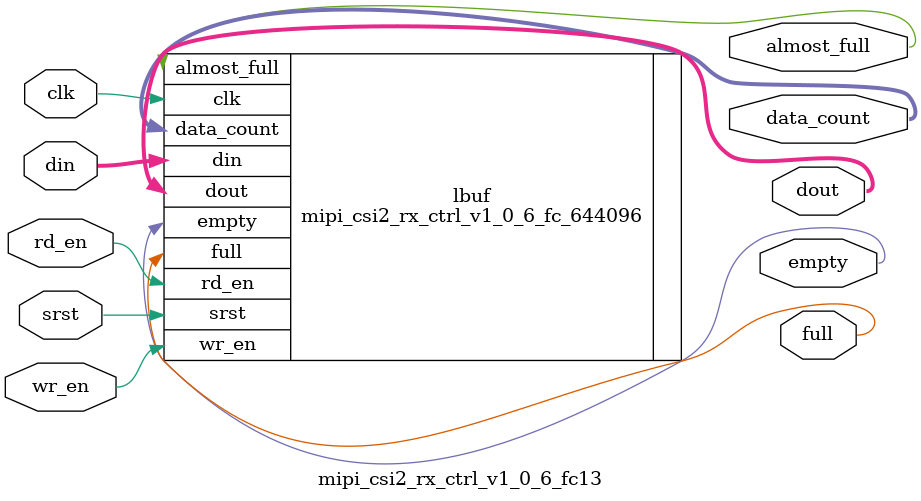
<source format=v>
`timescale 1ns/1ps
module mipi_csi2_rx_ctrl_v1_0_6_fc13 (
input          clk        ,
input          srst       ,
input  [64+4-1:0]  din  ,
input          wr_en      ,
input          rd_en      ,
output  [64+4-1:0]  dout,
output         full       ,
output         almost_full,
output         empty      ,
output [12-1:0]  data_count
);

mipi_csi2_rx_ctrl_v1_0_6_fc_644096 lbuf (
 .clk         (clk         ),
 .srst        (srst        ),
 .din         (din         ),
 .wr_en       (wr_en       ),
 .rd_en       (rd_en       ),
 .dout        (dout        ),
 .full        (full        ),
 .almost_full (almost_full ),
 .empty       (empty       ),
 .data_count  (data_count  ) 
);
endmodule

</source>
